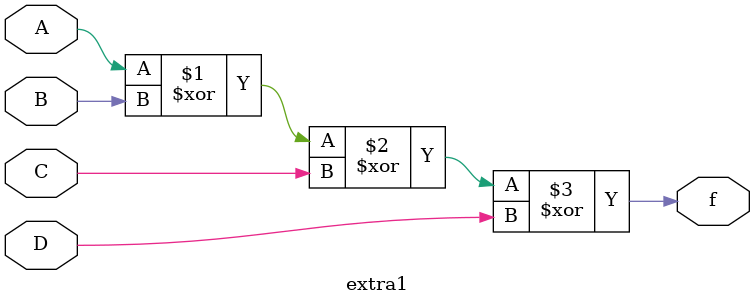
<source format=v>
module extra1(A,B,C,D,f);
	input A,B,C,D;
	output f;
	assign f = A ^ B ^ C ^ D  ;
endmodule


</source>
